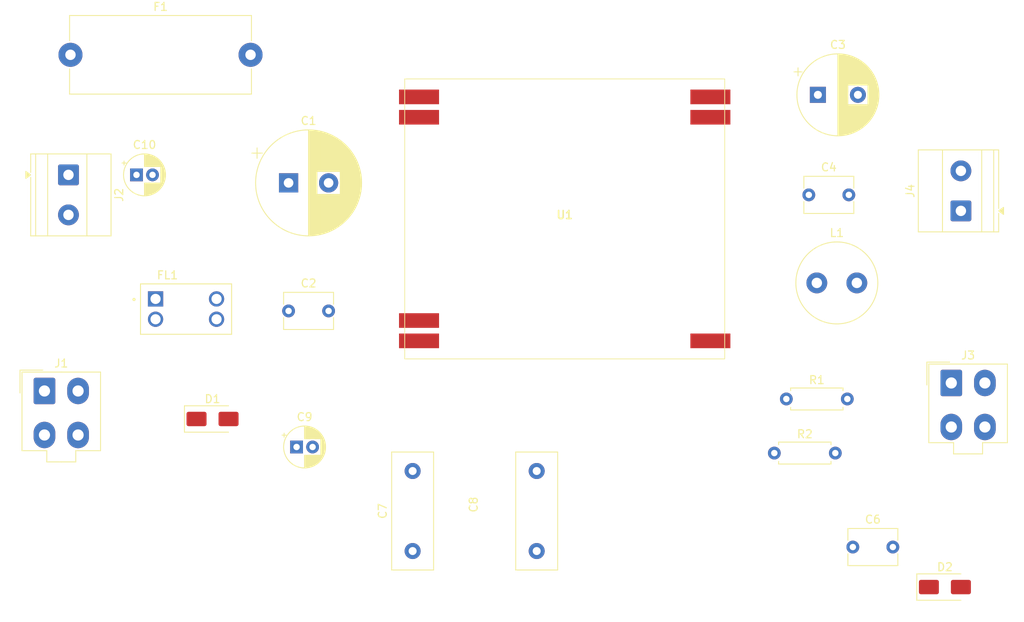
<source format=kicad_pcb>
(kicad_pcb (version 20241229) (generator "pcbnew") (generator_version "9.0")
  (layers (0 "F.Cu" signal) (2 "B.Cu" signal) (13 "F.Paste" user) (15 "B.Paste" user) (5 "F.SilkS" user "F.Silkscreen") (7 "B.SilkS" user "B.Silkscreen") (1 "F.Mask" user) (3 "B.Mask" user) (25 "Edge.Cuts" user))
  (net 0 "")
  (net 1 "Net-(C1-Pad1)")
  (net 2 "Net-(C1-Pad2)")
  (net 3 "Net-(U1-Vout+)")
  (net 4 "Vout-")
  (net 5 "Vout+")
  (net 6 "Net-(D1-A1)")
  (net 7 "Vin-")
  (net 8 "Vin+")
  (net 9 "Net-(U1-ADJ)")
  (footprint "Capacitor_THT:CP_Radial_D10.0mm_P5.00mm" (layer "F.Cu") (at 190.132323 71.5)
    (property "Reference" "C3" (at 2.5 -6.25 0) (layer "F.SilkS"))
    (property "Value" "47uF")
    (pad "1" thru_hole rect (at 0 0) (size 2 2) (drill 1) (layers "*.Cu" "*.Mask") (net 3 "Net-(U1-Vout+)"))
    (pad "2" thru_hole circle (at 5 0) (size 2 2) (drill 1) (layers "*.Cu" "*.Mask") (net 4 "Vout-"))
  )
  (footprint "Capacitor_THT:C_Disc_D6.0mm_W4.4mm_P5.00mm" (layer "F.Cu") (at 194.5 128)
    (property "Reference" "C6" (at 2.5 -3.45 0) (layer "F.SilkS"))
    (property "Value" "2.2uF")
    (pad "1" thru_hole circle (at 0 0) (size 1.6 1.6) (drill 0.8) (layers "*.Cu" "*.Mask") (net 5 "Vout+"))
    (pad "2" thru_hole circle (at 5 0) (size 1.6 1.6) (drill 0.8) (layers "*.Cu" "*.Mask") (net 4 "Vout-"))
  )
  (footprint "TerminalBlock_Phoenix:TerminalBlock_Phoenix_MKDS-1,5-2_1x02_P5.00mm_Horizontal" (layer "F.Cu") (at 208 86 90)
    (property "Reference" "J4" (at 2.5 -6.32 90) (layer "F.SilkS"))
    (property "Value" "Power Output")
    (pad "1" thru_hole roundrect (at 0 0 90) (size 2.6 2.6) (drill 1.3) (layers "*.Cu" "*.Mask") (roundrect_rratio 0.096154) (net 5 "Vout+"))
    (pad "2" thru_hole circle (at 5 0 90) (size 2.6 2.6) (drill 1.3) (layers "*.Cu" "*.Mask") (net 4 "Vout-"))
  )
  (footprint "Diode_SMD:D_SMA" (layer "F.Cu") (at 114.5 112)
    (property "Reference" "D1" (at 0 -2.5 0) (layer "F.SilkS"))
    (property "Value" "SMAJ36A")
    (pad "1" smd roundrect (at -2 0) (size 2.5 1.8) (layers "F.Cu" "F.Mask" "F.Paste") (roundrect_rratio 0.1388888889) (net 6 "Net-(D1-A1)"))
    (pad "2" smd roundrect (at 2 0) (size 2.5 1.8) (layers "F.Cu" "F.Mask" "F.Paste") (roundrect_rratio 0.1388888889) (net 7 "Vin-"))
  )
  (footprint "Capacitor_THT:CP_Radial_D5.0mm_P2.00mm" (layer "F.Cu") (at 125 115.5)
    (property "Reference" "C9" (at 1 -3.75 0) (layer "F.SilkS"))
    (property "Value" "10uF")
    (pad "1" thru_hole rect (at 0 0) (size 1.6 1.6) (drill 0.8) (layers "*.Cu" "*.Mask") (net 6 "Net-(D1-A1)"))
    (pad "2" thru_hole circle (at 2 0) (size 1.6 1.6) (drill 0.8) (layers "*.Cu" "*.Mask") (net 7 "Vin-"))
  )
  (footprint "TerminalBlock_Phoenix:TerminalBlock_Phoenix_MKDS-1,5-2_1x02_P5.00mm_Horizontal" (layer "F.Cu") (at 96.5 81.5 -90)
    (property "Reference" "J2" (at 2.5 -6.32 90) (layer "F.SilkS"))
    (property "Value" "Power Input")
    (pad "1" thru_hole roundrect (at 0 0 270) (size 2.6 2.6) (drill 1.3) (layers "*.Cu" "*.Mask") (roundrect_rratio 0.096154) (net 8 "Vin+"))
    (pad "2" thru_hole circle (at 5 0 270) (size 2.6 2.6) (drill 1.3) (layers "*.Cu" "*.Mask") (net 7 "Vin-"))
  )
  (footprint "ag7300:Ag7300" (layer "F.Cu") (at 158.5 87)
    (property "Reference" "U1" (at 0 -0.5 0) (layer "F.SilkS") (effects (font (thickness 0.2) (bold yes))))
    (property "Value" "Ag7300")
    (pad "1" smd rect (at -18.2 -15.24) (size 5 1.83) (layers "F.Cu" "F.Mask" "F.Paste") (net 2 "Net-(C1-Pad2)"))
    (pad "2" smd rect (at -18.2 -12.7) (size 5 1.83) (layers "F.Cu" "F.Mask" "F.Paste") (net 2 "Net-(C1-Pad2)"))
    (pad "3" smd rect (at -18.2 12.7) (size 5 1.83) (layers "F.Cu" "F.Mask" "F.Paste") (net 1 "Net-(C1-Pad1)"))
    (pad "4" smd rect (at -18.2 15.24) (size 5 1.83) (layers "F.Cu" "F.Mask" "F.Paste") (net 1 "Net-(C1-Pad1)"))
    (pad "5" smd rect (at 18.2 15.24) (size 5 1.83) (layers "F.Cu" "F.Mask" "F.Paste") (net 4 "Vout-"))
    (pad "6" smd rect (at 18.2 -12.7) (size 5 1.83) (layers "F.Cu" "F.Mask" "F.Paste") (net 9 "Net-(U1-ADJ)"))
    (pad "7" smd rect (at 18.2 -15.24) (size 5 1.83) (layers "F.Cu" "F.Mask" "F.Paste") (net 3 "Net-(U1-Vout+)"))
  )
  (footprint "Connector_Molex:Molex_Mini-Fit_Jr_5566-04A_2x02_P4.20mm_Vertical" (layer "F.Cu") (at 93.5 108.5)
    (property "Reference" "J1" (at 2.1 -3.45 0) (layer "F.SilkS"))
    (property "Value" "Molex Mini-Fit Jr.")
    (pad "1" thru_hole roundrect (at 0 0) (size 2.7 3.3) (drill 1.4) (layers "*.Cu" "*.Mask") (roundrect_rratio 0.092593) (net 7 "Vin-"))
    (pad "2" thru_hole oval (at 4.2 0) (size 2.7 3.3) (drill 1.4) (layers "*.Cu" "*.Mask") (net 7 "Vin-"))
    (pad "3" thru_hole oval (at 0 5.5) (size 2.7 3.3) (drill 1.4) (layers "*.Cu" "*.Mask") (net 8 "Vin+"))
    (pad "4" thru_hole oval (at 4.2 5.5) (size 2.7 3.3) (drill 1.4) (layers "*.Cu" "*.Mask") (net 8 "Vin+"))
  )
  (footprint "Resistor_THT:R_Axial_DIN0207_L6.3mm_D2.5mm_P7.62mm_Horizontal" (layer "F.Cu") (at 184.69 116.26)
    (property "Reference" "R2" (at 3.81 -2.37 0) (layer "F.SilkS"))
    (property "Value" "3.16M")
    (pad "1" thru_hole circle (at 0 0) (size 1.6 1.6) (drill 0.8) (layers "*.Cu" "*.Mask") (net 9 "Net-(U1-ADJ)"))
    (pad "2" thru_hole oval (at 7.62 0) (size 1.6 1.6) (drill 0.8) (layers "*.Cu" "*.Mask") (net 4 "Vout-"))
  )
  (footprint "Fuse:Fuseholder_Cylinder-5x20mm_Schurter_0031_8201_Horizontal_Open" (layer "F.Cu") (at 96.75 66.5)
    (property "Reference" "F1" (at 11.25 -6 0) (layer "F.SilkS"))
    (property "Value" "Fuse")
    (pad "" np_thru_hole circle (at 11.25 0) (size 2.7 2.7) (drill 2.7) (layers "*.Cu" "*.Mask"))
    (pad "1" thru_hole circle (at 0 0) (size 3 3) (drill 1.3) (layers "*.Cu" "*.Mask") (net 8 "Vin+"))
    (pad "2" thru_hole circle (at 22.5 0) (size 3 3) (drill 1.3) (layers "*.Cu" "*.Mask") (net 6 "Net-(D1-A1)"))
  )
  (footprint "Capacitor_THT:CP_Radial_D13.0mm_P5.00mm" (layer "F.Cu") (at 124 82.5)
    (property "Reference" "C1" (at 2.5 -7.75 0) (layer "F.SilkS"))
    (property "Value" "470uF")
    (pad "1" thru_hole rect (at 0 0) (size 2.4 2.4) (drill 1.2) (layers "*.Cu" "*.Mask") (net 1 "Net-(C1-Pad1)"))
    (pad "2" thru_hole circle (at 5 0) (size 2.4 2.4) (drill 1.2) (layers "*.Cu" "*.Mask") (net 2 "Net-(C1-Pad2)"))
  )
  (footprint "Capacitor_THT:C_Disc_D14.5mm_W5.0mm_P10.00mm" (layer "F.Cu") (at 139.5 128.5 90)
    (property "Reference" "C7" (at 5 -3.75 90) (layer "F.SilkS"))
    (property "Value" "4.7nF")
    (pad "1" thru_hole circle (at 0 0 90) (size 2 2) (drill 1) (layers "*.Cu" "*.Mask") (net 2 "Net-(C1-Pad2)"))
    (pad "2" thru_hole circle (at 10 0 90) (size 2 2) (drill 1) (layers "*.Cu" "*.Mask") (net 4 "Vout-"))
  )
  (footprint "Capacitor_THT:C_Disc_D6.0mm_W4.4mm_P5.00mm" (layer "F.Cu") (at 189 84)
    (property "Reference" "C4" (at 2.5 -3.45 0) (layer "F.SilkS"))
    (property "Value" "2.2uF")
    (pad "1" thru_hole circle (at 0 0) (size 1.6 1.6) (drill 0.8) (layers "*.Cu" "*.Mask") (net 3 "Net-(U1-Vout+)"))
    (pad "2" thru_hole circle (at 5 0) (size 1.6 1.6) (drill 0.8) (layers "*.Cu" "*.Mask") (net 4 "Vout-"))
  )
  (footprint "Inductor_THT:L_Radial_D10.0mm_P5.00mm_Fastron_07M" (layer "F.Cu") (at 190 95)
    (property "Reference" "L1" (at 2.5 -6.25 0) (layer "F.SilkS"))
    (property "Value" "10uH")
    (pad "1" thru_hole circle (at 0 0) (size 2.6 2.6) (drill 1.3) (layers "*.Cu" "*.Mask") (net 3 "Net-(U1-Vout+)"))
    (pad "2" thru_hole circle (at 5 0) (size 2.6 2.6) (drill 1.3) (layers "*.Cu" "*.Mask") (net 5 "Vout+"))
  )
  (footprint "Resistor_THT:R_Axial_DIN0207_L6.3mm_D2.5mm_P7.62mm_Horizontal" (layer "F.Cu") (at 186.19 109.5)
    (property "Reference" "R1" (at 3.81 -2.37 0) (layer "F.SilkS"))
    (property "Value" "3.16M")
    (pad "1" thru_hole circle (at 0 0) (size 1.6 1.6) (drill 0.8) (layers "*.Cu" "*.Mask") (net 3 "Net-(U1-Vout+)"))
    (pad "2" thru_hole oval (at 7.62 0) (size 1.6 1.6) (drill 0.8) (layers "*.Cu" "*.Mask") (net 9 "Net-(U1-ADJ)"))
  )
  (footprint "Capacitor_THT:C_Disc_D6.0mm_W4.4mm_P5.00mm" (layer "F.Cu") (at 124 98.5)
    (property "Reference" "C2" (at 2.5 -3.45 0) (layer "F.SilkS"))
    (property "Value" "2.2uF")
    (pad "1" thru_hole circle (at 0 0) (size 1.6 1.6) (drill 0.8) (layers "*.Cu" "*.Mask") (net 1 "Net-(C1-Pad1)"))
    (pad "2" thru_hole circle (at 5 0) (size 1.6 1.6) (drill 0.8) (layers "*.Cu" "*.Mask") (net 2 "Net-(C1-Pad2)"))
  )
  (footprint "Capacitor_THT:C_Disc_D14.5mm_W5.0mm_P10.00mm" (layer "F.Cu") (at 155 118.5 -90)
    (property "Reference" "C8" (at 4.2 7.8875 90) (layer "F.SilkS"))
    (property "Value" "4.7nF")
    (pad "1" thru_hole circle (at 0 0 270) (size 2 2) (drill 1) (layers "*.Cu" "*.Mask") (net 1 "Net-(C1-Pad1)"))
    (pad "2" thru_hole circle (at 10 0 270) (size 2 2) (drill 1) (layers "*.Cu" "*.Mask") (net 4 "Vout-"))
  )
  (footprint "Capacitor_THT:CP_Radial_D5.0mm_P2.00mm" (layer "F.Cu") (at 105 81.5)
    (property "Reference" "C10" (at 1 -3.75 0) (layer "F.SilkS"))
    (property "Value" "10uF")
    (pad "1" thru_hole rect (at 0 0) (size 1.6 1.6) (drill 0.8) (layers "*.Cu" "*.Mask") (net 6 "Net-(D1-A1)"))
    (pad "2" thru_hole circle (at 2 0) (size 1.6 1.6) (drill 0.8) (layers "*.Cu" "*.Mask") (net 7 "Vin-"))
  )
  (footprint "CM2545X171B:CM2545X171B" (layer "F.Cu") (at 111.19 98.27)
    (property "Reference" "FL1" (at -2.325 -4.235 0) (layer "F.SilkS"))
    (property "Value" "Common Mode Choke")
    (pad "1" thru_hole rect (at -3.81 -1.27) (size 1.905 1.905) (drill 1.27) (layers "*.Cu" "*.Mask") (net 7 "Vin-"))
    (pad "2" thru_hole circle (at -3.81 1.27) (size 1.905 1.905) (drill 1.27) (layers "*.Cu" "*.Mask") (net 6 "Net-(D1-A1)"))
    (pad "3" thru_hole circle (at 3.81 1.27) (size 1.905 1.905) (drill 1.27) (layers "*.Cu" "*.Mask") (net 1 "Net-(C1-Pad1)"))
    (pad "4" thru_hole circle (at 3.81 -1.27) (size 1.905 1.905) (drill 1.27) (layers "*.Cu" "*.Mask") (net 2 "Net-(C1-Pad2)"))
  )
  (footprint "Diode_SMD:D_SMA" (layer "F.Cu") (at 206 133)
    (property "Reference" "D2" (at 0 -2.5 0) (layer "F.SilkS"))
    (property "Value" "SMAJ58A")
    (pad "1" smd roundrect (at -2 0) (size 2.5 1.8) (layers "F.Cu" "F.Mask" "F.Paste") (roundrect_rratio 0.1388888889) (net 5 "Vout+"))
    (pad "2" smd roundrect (at 2 0) (size 2.5 1.8) (layers "F.Cu" "F.Mask" "F.Paste") (roundrect_rratio 0.1388888889) (net 4 "Vout-"))
  )
  (footprint "Connector_Molex:Molex_Mini-Fit_Jr_5566-04A_2x02_P4.20mm_Vertical" (layer "F.Cu") (at 206.8 107.5)
    (property "Reference" "J3" (at 2.1 -3.45 0) (layer "F.SilkS"))
    (property "Value" "Molex Mini-Fit Jr.")
    (pad "1" thru_hole roundrect (at 0 0) (size 2.7 3.3) (drill 1.4) (layers "*.Cu" "*.Mask") (roundrect_rratio 0.092593) (net 4 "Vout-"))
    (pad "2" thru_hole oval (at 4.2 0) (size 2.7 3.3) (drill 1.4) (layers "*.Cu" "*.Mask") (net 4 "Vout-"))
    (pad "3" thru_hole oval (at 0 5.5) (size 2.7 3.3) (drill 1.4) (layers "*.Cu" "*.Mask") (net 5 "Vout+"))
    (pad "4" thru_hole oval (at 4.2 5.5) (size 2.7 3.3) (drill 1.4) (layers "*.Cu" "*.Mask") (net 5 "Vout+"))
  )
)
</source>
